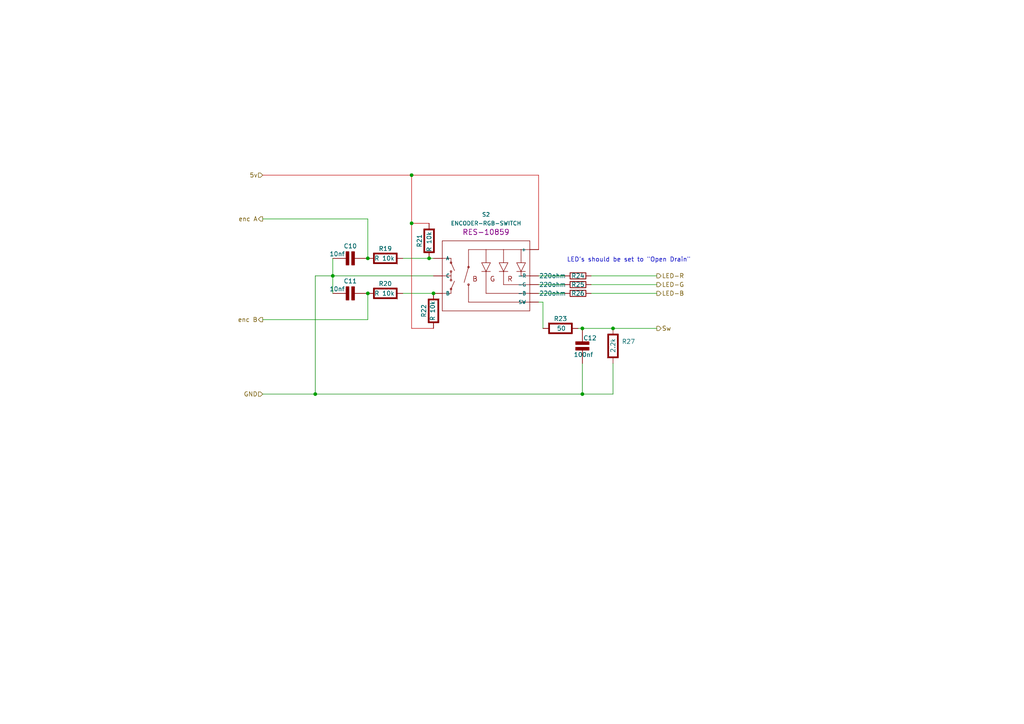
<source format=kicad_sch>
(kicad_sch (version 20250114) (generator "eeschema") (generator_version "9.0")
  (paper "A4")
  (lib_symbols
    (symbol "PCM_Elektuur:C" (pin_numbers (hide yes)) (pin_names (offset 0) (hide yes))
      (property "Reference" "C" (at 0.635 3.175 0))
      (property "Value" "C" (at 0.635 -3.175 0))
      (symbol "C_1_1"
        (rectangle (start -1.905 1.1938) (end 1.905 0.4318) (stroke (width 0.254)) (fill (type outline)))
        (rectangle (start -1.905 -0.4318) (end 1.905 -1.1938) (stroke (width 0.254)) (fill (type outline)))
        (pin passive line (at 0 5.08 270) (length 3.8862) (name "+") (number "1"))
        (pin passive line (at 0 -5.08 90) (length 3.8862) (name "-") (number "2"))
      )
      (symbol "C_1_2"
        (polyline (pts (xy -1.905 0.4318) (xy 1.905 0.4318) (xy 1.905 1.4986) (xy -1.905 1.4986) (xy -1.905 0.4318) (xy -1.8034 0.5334) (xy -1.8034 1.397) (xy 1.8034 1.397) (xy 1.8034 0.5334) (xy -1.8034 0.5334) (xy -1.905 0.4318)) (stroke (width 0.254)) (fill (type outline)))
        (polyline (pts (xy -1.905 -1.4986) (xy 1.905 -1.4986) (xy 1.905 -0.4318) (xy -1.905 -0.4318) (xy -1.905 -1.4986) (xy -1.8034 -1.397) (xy -1.8034 -0.5334) (xy 1.8034 -0.5334) (xy 1.8034 -1.397) (xy -1.8034 -1.397) (xy -1.905 -1.4986)) (stroke (width 0.254)) (fill (type outline)))
        (pin passive line (at 0 5.08 270) (length 3.5814) (name "+") (number "1"))
        (pin passive line (at 0 -5.08 90) (length 3.5814) (name "-") (number "2"))
      )
    )
    (symbol "PCM_Elektuur:R" (pin_numbers (hide yes)) (pin_names (offset 0) (hide yes))
      (property "Reference" "R" (at 2.54 3.175 0))
      (property "Value" "R" (at 0 0 90))
      (symbol "R_1_1"
        (polyline (pts (xy -1.524 -3.429) (xy 1.524 -3.429) (xy 1.524 3.429) (xy -1.524 3.429) (xy -1.524 -3.429) (xy -1.27 -3.175) (xy -1.27 3.175) (xy 1.27 3.175) (xy 1.27 -3.175) (xy -1.27 -3.175) (xy -1.524 -3.429)) (stroke (width 0.254)) (fill (type outline)))
        (pin passive line (at 0 5.08 270) (length 1.651) (name "+") (number "1"))
        (pin passive line (at 0 -5.08 90) (length 1.651) (name "-") (number "2"))
      )
      (symbol "R_1_2"
        (polyline (pts (xy -0.508 -3.429) (xy 1.524 -3.429) (xy 1.524 3.429) (xy -0.508 3.429) (xy -0.508 3.175) (xy 1.27 3.175) (xy 1.27 -3.175) (xy -0.508 -3.175) (xy -0.508 -3.429)) (stroke (width 0.254)) (fill (type outline)))
        (pin passive line (at 0 5.08 270) (length 1.651) (name "+") (number "1"))
        (pin passive line (at 0 -5.08 90) (length 1.651) (name "-") (number "2"))
      )
      (symbol "R_1_3"
        (polyline (pts (xy 0 3.4798) (xy 0 3.2004) (xy 0.7112 2.794) (xy -1.1938 1.6764) (xy 0.7112 0.5588) (xy -1.1938 -0.5588) (xy 0.7112 -1.6764) (xy -1.1938 -2.794) (xy 0 -3.4798) (xy 0 -3.2004) (xy -0.7112 -2.794) (xy 1.1938 -1.6764) (xy -0.7112 -0.5588) (xy 1.1938 0.5588) (xy -0.7112 1.6764) (xy 1.1938 2.794) (xy 0 3.4798)) (stroke (width 0.254)) (fill (type outline)))
        (pin passive line (at 0 5.08 270) (length 1.6002) (name "+") (number "1"))
        (pin passive line (at 0 -5.08 90) (length 1.6002) (name "-") (number "2"))
      )
      (symbol "R_1_4"
        (polyline (pts (xy 0 4.5466) (xy 0 4.2672) (xy 0.0508 4.2418) (xy 1.016 3.683) (xy -1.524 2.2098) (xy 1.016 0.7366) (xy -1.524 -0.7366) (xy 1.016 -2.2098) (xy -1.524 -3.683) (xy -0.0762 -4.5212) (xy 0 -4.5466) (xy 0 -4.2672) (xy -0.0508 -4.2418) (xy -1.016 -3.683) (xy 1.524 -2.2098) (xy -1.016 -0.7366) (xy 1.524 0.7366) (xy -1.016 2.2098) (xy 1.524 3.683) (xy 0.0762 4.5212) (xy 0 4.5466)) (stroke (width 0.254)) (fill (type outline)))
        (pin passive line (at 0 5.08 270) (length 0.5334) (name "+") (number "1"))
        (pin passive line (at 0 -5.08 90) (length 0.5334) (name "-") (number "2"))
      )
    )
    (symbol "PCM_SL_Resistors:220ohm"
      (property "Reference" "R" (at 0 5.08 0))
      (property "Value" "220ohm" (at 0 2.54 0))
      (symbol "220ohm_0_1"
        (rectangle (start -2.286 0.889) (end 2.286 -0.889) (stroke (width 0.24)))
      )
      (symbol "220ohm_1_1"
        (pin passive line (at -3.81 0 0) (length 1.5) (name "") (number "1"))
        (pin passive line (at 3.81 0 180) (length 1.5) (name "~") (number "2"))
      )
    )
    (symbol "SparkFun-Switches:ENCODER-RGB-SWITCH" (pin_numbers (hide yes)) (pin_names (offset 1.016))
      (property "Reference" "S" (at -12.7 11.43 0))
      (property "Value" "ENCODER-RGB-SWITCH" (at -12.7 -12.7 0))
      (property "Field4" "RES-10859" (at 0 15.24 0))
      (symbol "ENCODER-RGB-SWITCH_1_0"
        (polyline (pts (xy -12.7 10.16) (xy -12.7 5.08)))
        (polyline (pts (xy -12.7 5.08) (xy -12.7 0)))
        (polyline (pts (xy -12.7 5.08) (xy -10.16 5.08)))
        (polyline (pts (xy -12.7 0) (xy -12.7 -5.08)))
        (polyline (pts (xy -12.7 -5.08) (xy -12.7 -10.16)))
        (polyline (pts (xy -12.7 -10.16) (xy 12.7 -10.16)))
        (polyline (pts (xy -10.16 5.08) (xy -10.16 3.81)))
        (polyline (pts (xy -10.16 3.81) (xy -9.144 1.524)))
        (polyline (pts (xy -10.16 0) (xy -12.7 0)))
        (polyline (pts (xy -10.16 0) (xy -10.16 1.27)))
        (polyline (pts (xy -10.16 0) (xy -10.16 -1.27)))
        (polyline (pts (xy -10.16 -3.81) (xy -9.144 -1.524)))
        (polyline (pts (xy -10.16 -5.08) (xy -12.7 -5.08)))
        (polyline (pts (xy -10.16 -5.08) (xy -10.16 -3.81)))
        (polyline (pts (xy -5.08 7.62) (xy -5.08 2.54)))
        (polyline (pts (xy -5.08 7.62) (xy 0 7.62)))
        (polyline (pts (xy -5.08 2.54) (xy -6.35 -1.905)))
        (polyline (pts (xy -5.08 -7.62) (xy -5.08 -2.54)))
        (polyline (pts (xy -5.08 -7.62) (xy 12.7 -7.62)))
        (polyline (pts (xy -1.27 3.81) (xy 0 3.81)))
        (polyline (pts (xy -1.27 3.81) (xy 0 1.27)))
        (polyline (pts (xy -1.27 1.27) (xy 0 1.27)))
        (polyline (pts (xy 0 7.62) (xy 0 3.81)))
        (polyline (pts (xy 0 7.62) (xy 5.08 7.62)))
        (polyline (pts (xy 0 3.81) (xy 1.27 3.81)))
        (polyline (pts (xy 0 1.27) (xy 1.27 3.81)))
        (polyline (pts (xy 0 1.27) (xy 1.27 1.27)))
        (polyline (pts (xy 0 -5.08) (xy 0 1.27)))
        (polyline (pts (xy 0 -5.08) (xy 12.7 -5.08)))
        (polyline (pts (xy 3.81 3.81) (xy 5.08 3.81)))
        (polyline (pts (xy 3.81 3.81) (xy 5.08 1.27)))
        (polyline (pts (xy 3.81 1.27) (xy 5.08 1.27)))
        (polyline (pts (xy 5.08 7.62) (xy 5.08 3.81)))
        (polyline (pts (xy 5.08 7.62) (xy 10.16 7.62)))
        (polyline (pts (xy 5.08 3.81) (xy 6.35 3.81)))
        (polyline (pts (xy 5.08 1.27) (xy 6.35 3.81)))
        (polyline (pts (xy 5.08 1.27) (xy 6.35 1.27)))
        (polyline (pts (xy 5.08 -2.54) (xy 5.08 1.27)))
        (polyline (pts (xy 5.08 -2.54) (xy 12.7 -2.54)))
        (polyline (pts (xy 8.89 3.81) (xy 10.16 3.81)))
        (polyline (pts (xy 8.89 3.81) (xy 10.16 1.27)))
        (polyline (pts (xy 8.89 1.27) (xy 10.16 1.27)))
        (polyline (pts (xy 10.16 7.62) (xy 10.16 3.81)))
        (polyline (pts (xy 10.16 7.62) (xy 12.7 7.62)))
        (polyline (pts (xy 10.16 3.81) (xy 11.43 3.81)))
        (polyline (pts (xy 10.16 1.27) (xy 11.43 3.81)))
        (polyline (pts (xy 10.16 1.27) (xy 11.43 1.27)))
        (polyline (pts (xy 10.16 0) (xy 10.16 1.27)))
        (polyline (pts (xy 10.16 0) (xy 12.7 0)))
        (polyline (pts (xy 12.7 10.16) (xy -12.7 10.16)))
        (polyline (pts (xy 12.7 10.16) (xy 12.7 -10.16)))
        (text "B" (at -3.2004 -0.889 0) (effects (font (size 1.4224 1.4224))))
        (text "G" (at 1.8796 -0.889 0) (effects (font (size 1.4224 1.4224))))
        (text "R" (at 6.9596 -0.889 0) (effects (font (size 1.4224 1.4224))))
      )
      (symbol "ENCODER-RGB-SWITCH_1_1"
        (circle (center -10.16 3.81) (radius 0.254))
        (circle (center -10.16 1.27) (radius 0.254))
        (circle (center -10.16 -1.27) (radius 0.254))
        (circle (center -10.16 -3.81) (radius 0.254))
        (circle (center -5.08 2.54) (radius 0.254))
        (circle (center -5.08 -2.54) (radius 0.254))
        (pin output line (at -15.24 5.08 0) (length 2.54) (name "A") (number "A"))
        (pin input line (at -15.24 0 0) (length 2.54) (name "C") (number "C"))
        (pin output line (at -15.24 -5.08 0) (length 2.54) (name "B") (number "B"))
        (pin passive line (at 15.24 7.62 180) (length 2.54) (name "+") (number "5"))
        (pin passive line (at 15.24 0 180) (length 2.54) (name "-R") (number "1"))
        (pin passive line (at 15.24 -2.54 180) (length 2.54) (name "-G") (number "2"))
        (pin passive line (at 15.24 -5.08 180) (length 2.54) (name "-B") (number "4"))
        (pin passive line (at 15.24 -7.62 180) (length 2.54) (name "SW") (number "3"))
      )
    )
  )
  (text "LED's should be set to \"Open Drain\"" (at 182.372 75.438 0) (effects (font (size 1.27 1.27))))
  (junction (at 106.68 74.93))
  (junction (at 119.38 50.8))
  (junction (at 168.91 95.25))
  (junction (at 96.52 80.01))
  (junction (at 91.44 114.3))
  (junction (at 125.73 85.09))
  (junction (at 124.46 74.93))
  (junction (at 177.8 95.25))
  (junction (at 119.38 64.77))
  (junction (at 106.68 85.09))
  (junction (at 168.91 114.3))
  (wire (pts (xy 91.44 80.01) (xy 96.52 80.01)) (stroke (width 0) (color 0 132 0 1)))
  (wire (pts (xy 168.91 95.25) (xy 177.8 95.25)))
  (wire (pts (xy 119.38 64.77) (xy 119.38 95.25)) (stroke (width 0) (color 194 0 0 1)))
  (wire (pts (xy 190.5 85.09) (xy 171.45 85.09)))
  (wire (pts (xy 157.48 95.25) (xy 157.48 87.63)))
  (wire (pts (xy 91.44 80.01) (xy 91.44 114.3)) (stroke (width 0) (color 0 132 0 1)))
  (wire (pts (xy 163.83 85.09) (xy 156.21 85.09)))
  (wire (pts (xy 177.8 95.25) (xy 190.5 95.25)))
  (wire (pts (xy 76.2 92.71) (xy 106.68 92.71)))
  (wire (pts (xy 116.84 85.09) (xy 125.73 85.09)))
  (wire (pts (xy 190.5 82.55) (xy 171.45 82.55)))
  (wire (pts (xy 157.48 87.63) (xy 156.21 87.63)))
  (wire (pts (xy 125.73 80.01) (xy 96.52 80.01)) (stroke (width 0) (color 0 132 0 1)))
  (wire (pts (xy 163.83 82.55) (xy 156.21 82.55)))
  (wire (pts (xy 119.38 95.25) (xy 125.73 95.25)) (stroke (width 0) (color 194 0 0 1)))
  (wire (pts (xy 119.38 50.8) (xy 156.21 50.8)) (stroke (width 0) (color 194 0 0 1)))
  (wire (pts (xy 119.38 50.8) (xy 119.38 64.77)) (stroke (width 0) (color 194 0 0 1)))
  (wire (pts (xy 190.5 80.01) (xy 171.45 80.01)))
  (wire (pts (xy 96.52 80.01) (xy 96.52 85.09)))
  (wire (pts (xy 168.91 114.3) (xy 177.8 114.3)) (stroke (width 0) (color 0 132 0 1)))
  (wire (pts (xy 106.68 63.5) (xy 106.68 74.93)))
  (wire (pts (xy 106.68 92.71) (xy 106.68 85.09)))
  (wire (pts (xy 76.2 63.5) (xy 106.68 63.5)))
  (wire (pts (xy 119.38 64.77) (xy 124.46 64.77)) (stroke (width 0) (color 194 0 0 1)))
  (wire (pts (xy 96.52 74.93) (xy 96.52 80.01)))
  (wire (pts (xy 168.91 114.3) (xy 168.91 105.41)) (stroke (width 0) (color 0 132 0 1)))
  (wire (pts (xy 163.83 80.01) (xy 156.21 80.01)))
  (wire (pts (xy 167.64 95.25) (xy 168.91 95.25)))
  (wire (pts (xy 177.8 114.3) (xy 177.8 105.41)) (stroke (width 0) (color 0 132 0 1)))
  (wire (pts (xy 124.46 74.93) (xy 125.73 74.93)))
  (wire (pts (xy 76.2 50.8) (xy 119.38 50.8)) (stroke (width 0) (color 194 0 0 1)))
  (wire (pts (xy 91.44 114.3) (xy 168.91 114.3)) (stroke (width 0) (color 0 132 0 1)))
  (wire (pts (xy 156.21 50.8) (xy 156.21 72.39)) (stroke (width 0) (color 194 0 0 1)))
  (wire (pts (xy 116.84 74.93) (xy 124.46 74.93)))
  (wire (pts (xy 76.2 114.3) (xy 91.44 114.3)) (stroke (width 0) (color 0 132 0 1)))
  (hierarchical_label "5v" (shape input) (at 76.2 50.8 180))
  (hierarchical_label "GND" (shape input) (at 76.2 114.3 180))
  (hierarchical_label "LED-R" (shape output) (at 190.5 80.01 0))
  (hierarchical_label "LED-B" (shape output) (at 190.5 85.09 0))
  (hierarchical_label "LED-G" (shape output) (at 190.5 82.55 0))
  (hierarchical_label "enc A" (shape output) (at 76.2 63.5 180))
  (hierarchical_label "Sw" (shape output) (at 190.5 95.25 0))
  (hierarchical_label "enc B" (shape output) (at 76.2 92.71 180))
  (symbol (lib_id "PCM_SL_Resistors:220ohm") (at 167.64 82.55 0) (unit 1)
    (property "Reference" "R25" (at 167.64 82.55 0))
    (property "Value" "220ohm" (at 160.274 82.55 0))
    (property "Footprint" "adafruit:R1206" (effects (hide yes)))
    (property "Description" "220Ω, 1/4W Resistor" (effects (hide yes)))
  )
  (symbol (lib_id "SparkFun-Switches:ENCODER-RGB-SWITCH") (at 140.97 80.01 0) (unit 1)
    (property "Reference" "S2" (at 140.97 62.23 0) (effects (font (size 1.143 1.143))))
    (property "Value" "ENCODER-RGB-SWITCH" (at 140.97 64.77 0) (effects (font (size 1.143 1.143))))
    (property "Footprint" "Custom:Led Encoder" (effects (hide yes)))
    (property "Description" "Illuminated Rotary Encoder w/ RGB LED and select switch Encoders rotate similarly to potentiometers, but they re different from potentiometers in that an encoder has full rotation without limits. They output gray code so that you can tell how much and in which direction the encoder has been turned. This encoder includes an RGB LED and a push-down select switch. Part #: Top Up <a href=\"http://top-up.so-buy.com/front/bin/ptdetail.phtml?Part=EC12PLRGBSDVBF-D\">EC12PLRGBSDVBF-D</a> <h4>SparkFun Products</h4><ul><li><a href=\"https://www.sparkfun.com/products/10982\">Rotary Encoder - Illuminated (RGB)</a> (COM-10982)</li></ul>" (effects (hide yes)))
    (property "Field4" "RES-10859" (at 140.97 67.31 0) (effects (font (size 1.524 1.524))))
  )
  (symbol (lib_id "PCM_Elektuur:C") (at 168.91 100.33 180) (unit 1)
    (property "Reference" "C12" (at 169.164 98.044 0) (effects (justify right)))
    (property "Value" "100nf" (at 166.37 102.87 0) (effects (justify right)))
    (property "Footprint" "Keebio-Parts.pretty-master:C_0402" (effects (hide yes)))
    (property "Description" "capacitor, non-polarized/bipolar" (effects (hide yes)))
    (property "Indicator" "+" (effects (hide yes)))
    (property "Rating" "V" (effects (hide yes)))
  )
  (symbol (lib_id "PCM_Elektuur:C") (at 101.6 85.09 90) (unit 1)
    (property "Reference" "C11" (at 101.6 81.534 90))
    (property "Value" "10nf" (at 97.79 83.82 90))
    (property "Footprint" "Keebio-Parts.pretty-master:C_0402" (effects (hide yes)))
    (property "Description" "capacitor, non-polarized/bipolar" (effects (hide yes)))
    (property "Indicator" "+" (effects (hide yes)))
    (property "Rating" "V" (effects (hide yes)))
  )
  (symbol (lib_id "PCM_Elektuur:R") (at 162.56 95.25 270) (unit 1)
    (property "Reference" "R23" (at 162.56 92.456 90))
    (property "Value" "50" (at 162.814 95.25 90))
    (property "Footprint" "adafruit:R0805" (effects (hide yes)))
    (property "Description" "resistor" (effects (hide yes)))
    (property "Indicator" "+" (effects (hide yes)))
    (property "Rating" "W" (effects (hide yes)))
  )
  (symbol (lib_id "PCM_Elektuur:R") (at 125.73 90.17 180) (unit 1)
    (property "Reference" "R22" (at 122.936 90.17 90))
    (property "Value" "R 10k" (at 125.476 90.17 90))
    (property "Footprint" "PCM_4ms_Resistor:R_0402" (effects (hide yes)))
    (property "Description" "resistor" (effects (hide yes)))
    (property "Indicator" "+" (effects (hide yes)))
    (property "Rating" "W" (effects (hide yes)))
  )
  (symbol (lib_id "PCM_Elektuur:R") (at 111.76 74.93 90) (unit 1)
    (property "Reference" "R19" (at 111.76 72.136 90))
    (property "Value" "R 10k" (at 111.506 74.93 90))
    (property "Footprint" "PCM_4ms_Resistor:R_0402" (effects (hide yes)))
    (property "Description" "resistor" (effects (hide yes)))
    (property "Indicator" "+" (effects (hide yes)))
    (property "Rating" "W" (effects (hide yes)))
  )
  (symbol (lib_id "PCM_Elektuur:R") (at 124.46 69.85 180) (unit 1)
    (property "Reference" "R21" (at 121.666 69.85 90))
    (property "Value" "R 10k" (at 124.46 70.104 90))
    (property "Footprint" "PCM_4ms_Resistor:R_0402" (effects (hide yes)))
    (property "Description" "resistor" (effects (hide yes)))
    (property "Indicator" "+" (effects (hide yes)))
    (property "Rating" "W" (effects (hide yes)))
  )
  (symbol (lib_id "PCM_SL_Resistors:220ohm") (at 167.64 80.01 0) (unit 1)
    (property "Reference" "R24" (at 167.64 80.01 0))
    (property "Value" "220ohm" (at 160.274 80.01 0))
    (property "Footprint" "adafruit:R1206" (effects (hide yes)))
    (property "Description" "220Ω, 1/4W Resistor" (effects (hide yes)))
  )
  (symbol (lib_id "PCM_Elektuur:R") (at 177.8 100.33 0) (unit 1)
    (property "Reference" "R27" (at 180.34 99.06 0) (effects (justify left)))
    (property "Value" "2.2k" (at 177.8 102.362 90) (effects (justify left)))
    (property "Footprint" "PCM_4ms_Resistor:R_0402" (effects (hide yes)))
    (property "Description" "resistor" (effects (hide yes)))
    (property "Indicator" "+" (effects (hide yes)))
    (property "Rating" "W" (effects (hide yes)))
  )
  (symbol (lib_id "PCM_Elektuur:C") (at 101.6 74.93 90) (unit 1)
    (property "Reference" "C10" (at 101.6 71.374 90))
    (property "Value" "10nf" (at 97.79 73.66 90))
    (property "Footprint" "Keebio-Parts.pretty-master:C_0402" (effects (hide yes)))
    (property "Description" "capacitor, non-polarized/bipolar" (effects (hide yes)))
    (property "Indicator" "+" (effects (hide yes)))
    (property "Rating" "V" (effects (hide yes)))
  )
  (symbol (lib_id "PCM_Elektuur:R") (at 111.76 85.09 90) (unit 1)
    (property "Reference" "R20" (at 111.76 82.296 90))
    (property "Value" "R 10k" (at 111.506 85.09 90))
    (property "Footprint" "PCM_4ms_Resistor:R_0402" (effects (hide yes)))
    (property "Description" "resistor" (effects (hide yes)))
    (property "Indicator" "+" (effects (hide yes)))
    (property "Rating" "W" (effects (hide yes)))
  )
  (symbol (lib_id "PCM_SL_Resistors:220ohm") (at 167.64 85.09 0) (unit 1)
    (property "Reference" "R26" (at 167.64 85.09 0))
    (property "Value" "220ohm" (at 160.274 85.09 0))
    (property "Footprint" "adafruit:R1206" (effects (hide yes)))
    (property "Description" "220Ω, 1/4W Resistor" (effects (hide yes)))
  )
)
</source>
